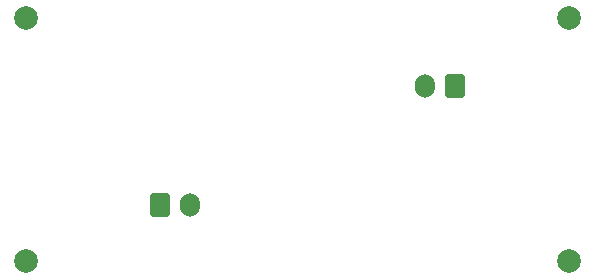
<source format=gbr>
%TF.GenerationSoftware,KiCad,Pcbnew,8.0.6*%
%TF.CreationDate,2024-11-14T22:36:56-05:00*%
%TF.ProjectId,BoostPCB,426f6f73-7450-4434-922e-6b696361645f,rev?*%
%TF.SameCoordinates,Original*%
%TF.FileFunction,Soldermask,Bot*%
%TF.FilePolarity,Negative*%
%FSLAX46Y46*%
G04 Gerber Fmt 4.6, Leading zero omitted, Abs format (unit mm)*
G04 Created by KiCad (PCBNEW 8.0.6) date 2024-11-14 22:36:56*
%MOMM*%
%LPD*%
G01*
G04 APERTURE LIST*
G04 Aperture macros list*
%AMRoundRect*
0 Rectangle with rounded corners*
0 $1 Rounding radius*
0 $2 $3 $4 $5 $6 $7 $8 $9 X,Y pos of 4 corners*
0 Add a 4 corners polygon primitive as box body*
4,1,4,$2,$3,$4,$5,$6,$7,$8,$9,$2,$3,0*
0 Add four circle primitives for the rounded corners*
1,1,$1+$1,$2,$3*
1,1,$1+$1,$4,$5*
1,1,$1+$1,$6,$7*
1,1,$1+$1,$8,$9*
0 Add four rect primitives between the rounded corners*
20,1,$1+$1,$2,$3,$4,$5,0*
20,1,$1+$1,$4,$5,$6,$7,0*
20,1,$1+$1,$6,$7,$8,$9,0*
20,1,$1+$1,$8,$9,$2,$3,0*%
G04 Aperture macros list end*
%ADD10C,2.000000*%
%ADD11RoundRect,0.250000X-0.600000X-0.750000X0.600000X-0.750000X0.600000X0.750000X-0.600000X0.750000X0*%
%ADD12O,1.700000X2.000000*%
%ADD13RoundRect,0.250000X0.600000X0.750000X-0.600000X0.750000X-0.600000X-0.750000X0.600000X-0.750000X0*%
G04 APERTURE END LIST*
D10*
%TO.C,U1*%
X44500000Y-89750000D03*
X44500000Y-110250000D03*
X90500000Y-89750000D03*
X90500000Y-110250000D03*
%TD*%
D11*
%TO.C,J3*%
X55860000Y-105515000D03*
D12*
X58360000Y-105515000D03*
%TD*%
D13*
%TO.C,J2*%
X80790000Y-95480000D03*
D12*
X78290000Y-95480000D03*
%TD*%
M02*

</source>
